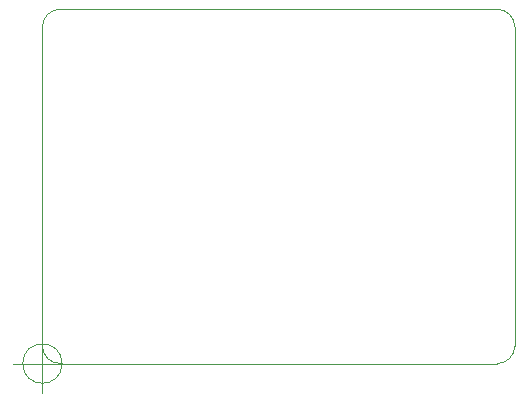
<source format=gm1>
G04 #@! TF.GenerationSoftware,KiCad,Pcbnew,(5.1.10)-1*
G04 #@! TF.CreationDate,2021-11-01T09:09:40+09:00*
G04 #@! TF.ProjectId,LiPoCharger_BQ24610_5S,4c69506f-4368-4617-9267-65725f425132,rev?*
G04 #@! TF.SameCoordinates,Original*
G04 #@! TF.FileFunction,Profile,NP*
%FSLAX46Y46*%
G04 Gerber Fmt 4.6, Leading zero omitted, Abs format (unit mm)*
G04 Created by KiCad (PCBNEW (5.1.10)-1) date 2021-11-01 09:09:40*
%MOMM*%
%LPD*%
G01*
G04 APERTURE LIST*
G04 #@! TA.AperFunction,Profile*
%ADD10C,0.050000*%
G04 #@! TD*
G04 APERTURE END LIST*
D10*
X212000000Y-106900000D02*
X212000000Y-79900000D01*
X212000000Y-106900000D02*
G75*
G02*
X210500000Y-108400000I-1500000J0D01*
G01*
X172000000Y-79900000D02*
X172000000Y-106900000D01*
X173599779Y-108396678D02*
X210500000Y-108400000D01*
X173599779Y-108396678D02*
G75*
G02*
X172000000Y-106900000I-99779J1496678D01*
G01*
X210500000Y-78400000D02*
X173500000Y-78400000D01*
X173666666Y-108400000D02*
G75*
G03*
X173666666Y-108400000I-1666666J0D01*
G01*
X169500000Y-108400000D02*
X174500000Y-108400000D01*
X172000000Y-105900000D02*
X172000000Y-110900000D01*
X210500000Y-78400000D02*
G75*
G02*
X212000000Y-79900000I0J-1500000D01*
G01*
X172000000Y-79900000D02*
G75*
G02*
X173500000Y-78400000I1500000J0D01*
G01*
M02*

</source>
